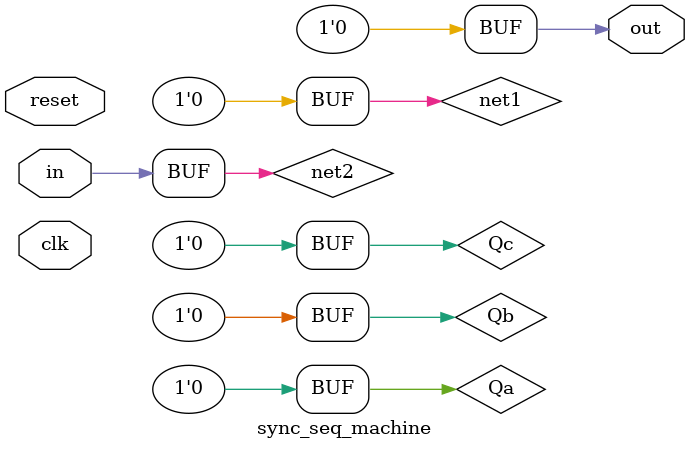
<source format=v>
module sync_seq_machine(
    input in,clk,reset,
    output out//final output
);

wire net1,net2,net3;
// wire state[2:0];
// assign state[0] = 1'b0;
// assign state[1] = 1'b0;
// assign state[2] = 1'b0;
wire Qa,Qb,Qc;
assign Qa = 1'b0;
assign Qb = 1'b0;
assign Qc = 1'b0;
/*
module D_FF(
    input D,clk,reset,
    output reg Q
);
inputs to FF are:
net4,net6,net7
*/

//combinational part - next state logic
assign net1 = Qa;
assign net2 = (~Qc & in) | (Qa & Qb & in);
assign net3 = Qb | ~(Qb | in);

//sequential part - state is noted
D_FF Da(
    .D(net1),
    .clk(clk),
    .reset(reset),
    .Q(Qa)
);

D_FF Db(
    .D(net2),
    .clk(clk),
    .reset(reset),
    .Q(Qb)
);

D_FF Dc(
    .D(net3),
    .clk(clk),
    .reset(reset),
    .Q(Qc)
);

//output logic 
assign out = Qa;

/*calculating the present state 
assign Qa = state[2];
assign Qb = state[1];
assign Qc = state[0];
*/

endmodule 
</source>
